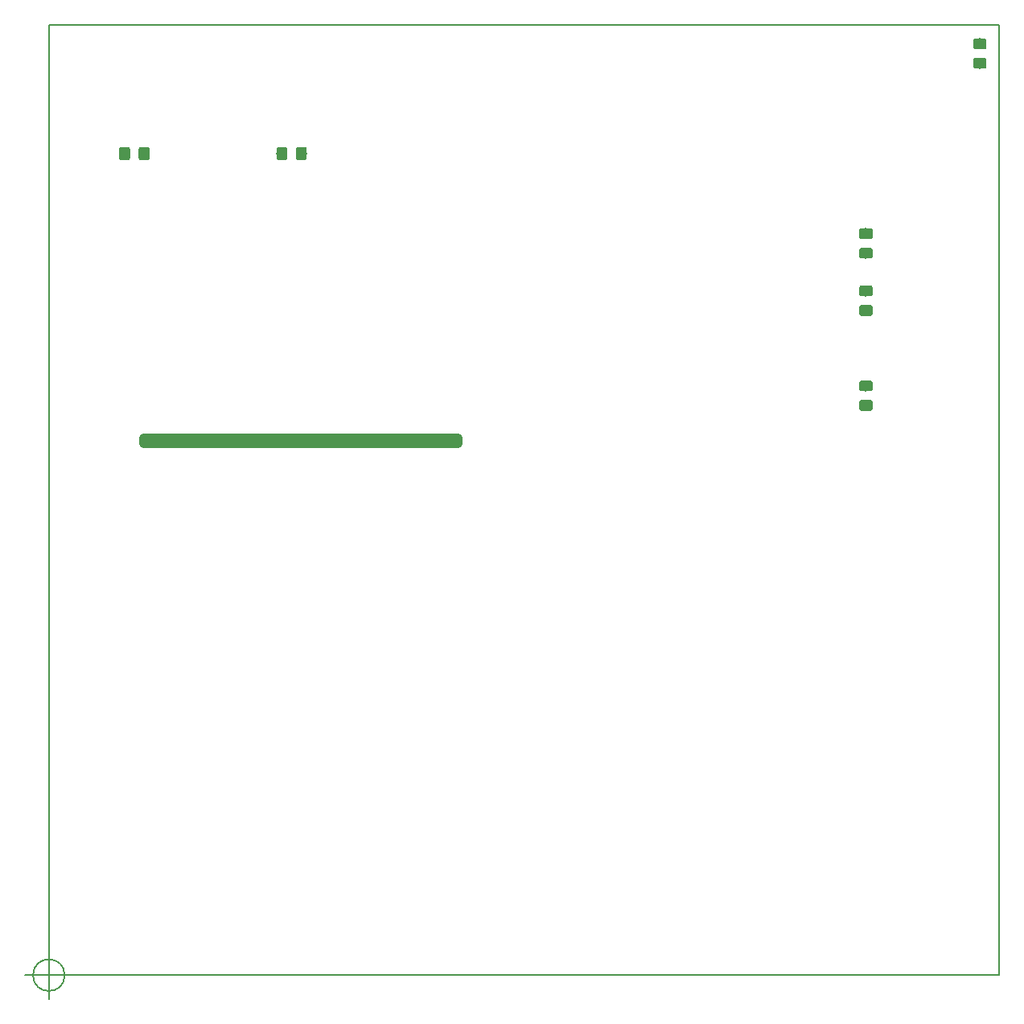
<source format=gbr>
%TF.GenerationSoftware,KiCad,Pcbnew,(5.0.0)*%
%TF.CreationDate,2019-01-09T21:44:21+01:00*%
%TF.ProjectId,KicadEuropower,4B696361644575726F706F7765722E6B,Rev A*%
%TF.SameCoordinates,Original*%
%TF.FileFunction,Paste,Top*%
%TF.FilePolarity,Positive*%
%FSLAX46Y46*%
G04 Gerber Fmt 4.6, Leading zero omitted, Abs format (unit mm)*
G04 Created by KiCad (PCBNEW (5.0.0)) date 01/09/19 21:44:21*
%MOMM*%
%LPD*%
G01*
G04 APERTURE LIST*
%ADD10C,1.000000*%
%ADD11C,0.150000*%
%ADD12C,0.200000*%
%ADD13C,1.150000*%
G04 APERTURE END LIST*
D10*
X110000000Y-94000000D02*
X110000000Y-93500000D01*
X143000000Y-94000000D02*
X110000000Y-94000000D01*
X143000000Y-93500000D02*
X143000000Y-94000000D01*
X110000000Y-93500000D02*
X143000000Y-93500000D01*
D11*
X101666666Y-150000000D02*
G75*
G03X101666666Y-150000000I-1666666J0D01*
G01*
X97500000Y-150000000D02*
X102500000Y-150000000D01*
X100000000Y-147500000D02*
X100000000Y-152500000D01*
D12*
X200000000Y-50000000D02*
X100000000Y-50000000D01*
X200000000Y-150000000D02*
X200000000Y-50000000D01*
X100000000Y-150000000D02*
X200000000Y-150000000D01*
X100000000Y-50000000D02*
X100000000Y-150000000D01*
D11*
G36*
X198474505Y-53451204D02*
X198498773Y-53454804D01*
X198522572Y-53460765D01*
X198545671Y-53469030D01*
X198567850Y-53479520D01*
X198588893Y-53492132D01*
X198608599Y-53506747D01*
X198626777Y-53523223D01*
X198643253Y-53541401D01*
X198657868Y-53561107D01*
X198670480Y-53582150D01*
X198680970Y-53604329D01*
X198689235Y-53627428D01*
X198695196Y-53651227D01*
X198698796Y-53675495D01*
X198700000Y-53699999D01*
X198700000Y-54350001D01*
X198698796Y-54374505D01*
X198695196Y-54398773D01*
X198689235Y-54422572D01*
X198680970Y-54445671D01*
X198670480Y-54467850D01*
X198657868Y-54488893D01*
X198643253Y-54508599D01*
X198626777Y-54526777D01*
X198608599Y-54543253D01*
X198588893Y-54557868D01*
X198567850Y-54570480D01*
X198545671Y-54580970D01*
X198522572Y-54589235D01*
X198498773Y-54595196D01*
X198474505Y-54598796D01*
X198450001Y-54600000D01*
X197549999Y-54600000D01*
X197525495Y-54598796D01*
X197501227Y-54595196D01*
X197477428Y-54589235D01*
X197454329Y-54580970D01*
X197432150Y-54570480D01*
X197411107Y-54557868D01*
X197391401Y-54543253D01*
X197373223Y-54526777D01*
X197356747Y-54508599D01*
X197342132Y-54488893D01*
X197329520Y-54467850D01*
X197319030Y-54445671D01*
X197310765Y-54422572D01*
X197304804Y-54398773D01*
X197301204Y-54374505D01*
X197300000Y-54350001D01*
X197300000Y-53699999D01*
X197301204Y-53675495D01*
X197304804Y-53651227D01*
X197310765Y-53627428D01*
X197319030Y-53604329D01*
X197329520Y-53582150D01*
X197342132Y-53561107D01*
X197356747Y-53541401D01*
X197373223Y-53523223D01*
X197391401Y-53506747D01*
X197411107Y-53492132D01*
X197432150Y-53479520D01*
X197454329Y-53469030D01*
X197477428Y-53460765D01*
X197501227Y-53454804D01*
X197525495Y-53451204D01*
X197549999Y-53450000D01*
X198450001Y-53450000D01*
X198474505Y-53451204D01*
X198474505Y-53451204D01*
G37*
D13*
X198000000Y-54025000D03*
D11*
G36*
X198474505Y-51401204D02*
X198498773Y-51404804D01*
X198522572Y-51410765D01*
X198545671Y-51419030D01*
X198567850Y-51429520D01*
X198588893Y-51442132D01*
X198608599Y-51456747D01*
X198626777Y-51473223D01*
X198643253Y-51491401D01*
X198657868Y-51511107D01*
X198670480Y-51532150D01*
X198680970Y-51554329D01*
X198689235Y-51577428D01*
X198695196Y-51601227D01*
X198698796Y-51625495D01*
X198700000Y-51649999D01*
X198700000Y-52300001D01*
X198698796Y-52324505D01*
X198695196Y-52348773D01*
X198689235Y-52372572D01*
X198680970Y-52395671D01*
X198670480Y-52417850D01*
X198657868Y-52438893D01*
X198643253Y-52458599D01*
X198626777Y-52476777D01*
X198608599Y-52493253D01*
X198588893Y-52507868D01*
X198567850Y-52520480D01*
X198545671Y-52530970D01*
X198522572Y-52539235D01*
X198498773Y-52545196D01*
X198474505Y-52548796D01*
X198450001Y-52550000D01*
X197549999Y-52550000D01*
X197525495Y-52548796D01*
X197501227Y-52545196D01*
X197477428Y-52539235D01*
X197454329Y-52530970D01*
X197432150Y-52520480D01*
X197411107Y-52507868D01*
X197391401Y-52493253D01*
X197373223Y-52476777D01*
X197356747Y-52458599D01*
X197342132Y-52438893D01*
X197329520Y-52417850D01*
X197319030Y-52395671D01*
X197310765Y-52372572D01*
X197304804Y-52348773D01*
X197301204Y-52324505D01*
X197300000Y-52300001D01*
X197300000Y-51649999D01*
X197301204Y-51625495D01*
X197304804Y-51601227D01*
X197310765Y-51577428D01*
X197319030Y-51554329D01*
X197329520Y-51532150D01*
X197342132Y-51511107D01*
X197356747Y-51491401D01*
X197373223Y-51473223D01*
X197391401Y-51456747D01*
X197411107Y-51442132D01*
X197432150Y-51429520D01*
X197454329Y-51419030D01*
X197477428Y-51410765D01*
X197501227Y-51404804D01*
X197525495Y-51401204D01*
X197549999Y-51400000D01*
X198450001Y-51400000D01*
X198474505Y-51401204D01*
X198474505Y-51401204D01*
G37*
D13*
X198000000Y-51975000D03*
D11*
G36*
X124877729Y-62817150D02*
X124901997Y-62820750D01*
X124925796Y-62826711D01*
X124948895Y-62834976D01*
X124971074Y-62845466D01*
X124992117Y-62858078D01*
X125011823Y-62872693D01*
X125030001Y-62889169D01*
X125046477Y-62907347D01*
X125061092Y-62927053D01*
X125073704Y-62948096D01*
X125084194Y-62970275D01*
X125092459Y-62993374D01*
X125098420Y-63017173D01*
X125102020Y-63041441D01*
X125103224Y-63065945D01*
X125103224Y-63965947D01*
X125102020Y-63990451D01*
X125098420Y-64014719D01*
X125092459Y-64038518D01*
X125084194Y-64061617D01*
X125073704Y-64083796D01*
X125061092Y-64104839D01*
X125046477Y-64124545D01*
X125030001Y-64142723D01*
X125011823Y-64159199D01*
X124992117Y-64173814D01*
X124971074Y-64186426D01*
X124948895Y-64196916D01*
X124925796Y-64205181D01*
X124901997Y-64211142D01*
X124877729Y-64214742D01*
X124853225Y-64215946D01*
X124203223Y-64215946D01*
X124178719Y-64214742D01*
X124154451Y-64211142D01*
X124130652Y-64205181D01*
X124107553Y-64196916D01*
X124085374Y-64186426D01*
X124064331Y-64173814D01*
X124044625Y-64159199D01*
X124026447Y-64142723D01*
X124009971Y-64124545D01*
X123995356Y-64104839D01*
X123982744Y-64083796D01*
X123972254Y-64061617D01*
X123963989Y-64038518D01*
X123958028Y-64014719D01*
X123954428Y-63990451D01*
X123953224Y-63965947D01*
X123953224Y-63065945D01*
X123954428Y-63041441D01*
X123958028Y-63017173D01*
X123963989Y-62993374D01*
X123972254Y-62970275D01*
X123982744Y-62948096D01*
X123995356Y-62927053D01*
X124009971Y-62907347D01*
X124026447Y-62889169D01*
X124044625Y-62872693D01*
X124064331Y-62858078D01*
X124085374Y-62845466D01*
X124107553Y-62834976D01*
X124130652Y-62826711D01*
X124154451Y-62820750D01*
X124178719Y-62817150D01*
X124203223Y-62815946D01*
X124853225Y-62815946D01*
X124877729Y-62817150D01*
X124877729Y-62817150D01*
G37*
D13*
X124528224Y-63515946D03*
D11*
G36*
X126927729Y-62817150D02*
X126951997Y-62820750D01*
X126975796Y-62826711D01*
X126998895Y-62834976D01*
X127021074Y-62845466D01*
X127042117Y-62858078D01*
X127061823Y-62872693D01*
X127080001Y-62889169D01*
X127096477Y-62907347D01*
X127111092Y-62927053D01*
X127123704Y-62948096D01*
X127134194Y-62970275D01*
X127142459Y-62993374D01*
X127148420Y-63017173D01*
X127152020Y-63041441D01*
X127153224Y-63065945D01*
X127153224Y-63965947D01*
X127152020Y-63990451D01*
X127148420Y-64014719D01*
X127142459Y-64038518D01*
X127134194Y-64061617D01*
X127123704Y-64083796D01*
X127111092Y-64104839D01*
X127096477Y-64124545D01*
X127080001Y-64142723D01*
X127061823Y-64159199D01*
X127042117Y-64173814D01*
X127021074Y-64186426D01*
X126998895Y-64196916D01*
X126975796Y-64205181D01*
X126951997Y-64211142D01*
X126927729Y-64214742D01*
X126903225Y-64215946D01*
X126253223Y-64215946D01*
X126228719Y-64214742D01*
X126204451Y-64211142D01*
X126180652Y-64205181D01*
X126157553Y-64196916D01*
X126135374Y-64186426D01*
X126114331Y-64173814D01*
X126094625Y-64159199D01*
X126076447Y-64142723D01*
X126059971Y-64124545D01*
X126045356Y-64104839D01*
X126032744Y-64083796D01*
X126022254Y-64061617D01*
X126013989Y-64038518D01*
X126008028Y-64014719D01*
X126004428Y-63990451D01*
X126003224Y-63965947D01*
X126003224Y-63065945D01*
X126004428Y-63041441D01*
X126008028Y-63017173D01*
X126013989Y-62993374D01*
X126022254Y-62970275D01*
X126032744Y-62948096D01*
X126045356Y-62927053D01*
X126059971Y-62907347D01*
X126076447Y-62889169D01*
X126094625Y-62872693D01*
X126114331Y-62858078D01*
X126135374Y-62845466D01*
X126157553Y-62834976D01*
X126180652Y-62826711D01*
X126204451Y-62820750D01*
X126228719Y-62817150D01*
X126253223Y-62815946D01*
X126903225Y-62815946D01*
X126927729Y-62817150D01*
X126927729Y-62817150D01*
G37*
D13*
X126578224Y-63515946D03*
D11*
G36*
X110374505Y-62817150D02*
X110398773Y-62820750D01*
X110422572Y-62826711D01*
X110445671Y-62834976D01*
X110467850Y-62845466D01*
X110488893Y-62858078D01*
X110508599Y-62872693D01*
X110526777Y-62889169D01*
X110543253Y-62907347D01*
X110557868Y-62927053D01*
X110570480Y-62948096D01*
X110580970Y-62970275D01*
X110589235Y-62993374D01*
X110595196Y-63017173D01*
X110598796Y-63041441D01*
X110600000Y-63065945D01*
X110600000Y-63965947D01*
X110598796Y-63990451D01*
X110595196Y-64014719D01*
X110589235Y-64038518D01*
X110580970Y-64061617D01*
X110570480Y-64083796D01*
X110557868Y-64104839D01*
X110543253Y-64124545D01*
X110526777Y-64142723D01*
X110508599Y-64159199D01*
X110488893Y-64173814D01*
X110467850Y-64186426D01*
X110445671Y-64196916D01*
X110422572Y-64205181D01*
X110398773Y-64211142D01*
X110374505Y-64214742D01*
X110350001Y-64215946D01*
X109699999Y-64215946D01*
X109675495Y-64214742D01*
X109651227Y-64211142D01*
X109627428Y-64205181D01*
X109604329Y-64196916D01*
X109582150Y-64186426D01*
X109561107Y-64173814D01*
X109541401Y-64159199D01*
X109523223Y-64142723D01*
X109506747Y-64124545D01*
X109492132Y-64104839D01*
X109479520Y-64083796D01*
X109469030Y-64061617D01*
X109460765Y-64038518D01*
X109454804Y-64014719D01*
X109451204Y-63990451D01*
X109450000Y-63965947D01*
X109450000Y-63065945D01*
X109451204Y-63041441D01*
X109454804Y-63017173D01*
X109460765Y-62993374D01*
X109469030Y-62970275D01*
X109479520Y-62948096D01*
X109492132Y-62927053D01*
X109506747Y-62907347D01*
X109523223Y-62889169D01*
X109541401Y-62872693D01*
X109561107Y-62858078D01*
X109582150Y-62845466D01*
X109604329Y-62834976D01*
X109627428Y-62826711D01*
X109651227Y-62820750D01*
X109675495Y-62817150D01*
X109699999Y-62815946D01*
X110350001Y-62815946D01*
X110374505Y-62817150D01*
X110374505Y-62817150D01*
G37*
D13*
X110025000Y-63515946D03*
D11*
G36*
X108324505Y-62817150D02*
X108348773Y-62820750D01*
X108372572Y-62826711D01*
X108395671Y-62834976D01*
X108417850Y-62845466D01*
X108438893Y-62858078D01*
X108458599Y-62872693D01*
X108476777Y-62889169D01*
X108493253Y-62907347D01*
X108507868Y-62927053D01*
X108520480Y-62948096D01*
X108530970Y-62970275D01*
X108539235Y-62993374D01*
X108545196Y-63017173D01*
X108548796Y-63041441D01*
X108550000Y-63065945D01*
X108550000Y-63965947D01*
X108548796Y-63990451D01*
X108545196Y-64014719D01*
X108539235Y-64038518D01*
X108530970Y-64061617D01*
X108520480Y-64083796D01*
X108507868Y-64104839D01*
X108493253Y-64124545D01*
X108476777Y-64142723D01*
X108458599Y-64159199D01*
X108438893Y-64173814D01*
X108417850Y-64186426D01*
X108395671Y-64196916D01*
X108372572Y-64205181D01*
X108348773Y-64211142D01*
X108324505Y-64214742D01*
X108300001Y-64215946D01*
X107649999Y-64215946D01*
X107625495Y-64214742D01*
X107601227Y-64211142D01*
X107577428Y-64205181D01*
X107554329Y-64196916D01*
X107532150Y-64186426D01*
X107511107Y-64173814D01*
X107491401Y-64159199D01*
X107473223Y-64142723D01*
X107456747Y-64124545D01*
X107442132Y-64104839D01*
X107429520Y-64083796D01*
X107419030Y-64061617D01*
X107410765Y-64038518D01*
X107404804Y-64014719D01*
X107401204Y-63990451D01*
X107400000Y-63965947D01*
X107400000Y-63065945D01*
X107401204Y-63041441D01*
X107404804Y-63017173D01*
X107410765Y-62993374D01*
X107419030Y-62970275D01*
X107429520Y-62948096D01*
X107442132Y-62927053D01*
X107456747Y-62907347D01*
X107473223Y-62889169D01*
X107491401Y-62872693D01*
X107511107Y-62858078D01*
X107532150Y-62845466D01*
X107554329Y-62834976D01*
X107577428Y-62826711D01*
X107601227Y-62820750D01*
X107625495Y-62817150D01*
X107649999Y-62815946D01*
X108300001Y-62815946D01*
X108324505Y-62817150D01*
X108324505Y-62817150D01*
G37*
D13*
X107975000Y-63515946D03*
D11*
G36*
X186474505Y-87401204D02*
X186498773Y-87404804D01*
X186522572Y-87410765D01*
X186545671Y-87419030D01*
X186567850Y-87429520D01*
X186588893Y-87442132D01*
X186608599Y-87456747D01*
X186626777Y-87473223D01*
X186643253Y-87491401D01*
X186657868Y-87511107D01*
X186670480Y-87532150D01*
X186680970Y-87554329D01*
X186689235Y-87577428D01*
X186695196Y-87601227D01*
X186698796Y-87625495D01*
X186700000Y-87649999D01*
X186700000Y-88300001D01*
X186698796Y-88324505D01*
X186695196Y-88348773D01*
X186689235Y-88372572D01*
X186680970Y-88395671D01*
X186670480Y-88417850D01*
X186657868Y-88438893D01*
X186643253Y-88458599D01*
X186626777Y-88476777D01*
X186608599Y-88493253D01*
X186588893Y-88507868D01*
X186567850Y-88520480D01*
X186545671Y-88530970D01*
X186522572Y-88539235D01*
X186498773Y-88545196D01*
X186474505Y-88548796D01*
X186450001Y-88550000D01*
X185549999Y-88550000D01*
X185525495Y-88548796D01*
X185501227Y-88545196D01*
X185477428Y-88539235D01*
X185454329Y-88530970D01*
X185432150Y-88520480D01*
X185411107Y-88507868D01*
X185391401Y-88493253D01*
X185373223Y-88476777D01*
X185356747Y-88458599D01*
X185342132Y-88438893D01*
X185329520Y-88417850D01*
X185319030Y-88395671D01*
X185310765Y-88372572D01*
X185304804Y-88348773D01*
X185301204Y-88324505D01*
X185300000Y-88300001D01*
X185300000Y-87649999D01*
X185301204Y-87625495D01*
X185304804Y-87601227D01*
X185310765Y-87577428D01*
X185319030Y-87554329D01*
X185329520Y-87532150D01*
X185342132Y-87511107D01*
X185356747Y-87491401D01*
X185373223Y-87473223D01*
X185391401Y-87456747D01*
X185411107Y-87442132D01*
X185432150Y-87429520D01*
X185454329Y-87419030D01*
X185477428Y-87410765D01*
X185501227Y-87404804D01*
X185525495Y-87401204D01*
X185549999Y-87400000D01*
X186450001Y-87400000D01*
X186474505Y-87401204D01*
X186474505Y-87401204D01*
G37*
D13*
X186000000Y-87975000D03*
D11*
G36*
X186474505Y-89451204D02*
X186498773Y-89454804D01*
X186522572Y-89460765D01*
X186545671Y-89469030D01*
X186567850Y-89479520D01*
X186588893Y-89492132D01*
X186608599Y-89506747D01*
X186626777Y-89523223D01*
X186643253Y-89541401D01*
X186657868Y-89561107D01*
X186670480Y-89582150D01*
X186680970Y-89604329D01*
X186689235Y-89627428D01*
X186695196Y-89651227D01*
X186698796Y-89675495D01*
X186700000Y-89699999D01*
X186700000Y-90350001D01*
X186698796Y-90374505D01*
X186695196Y-90398773D01*
X186689235Y-90422572D01*
X186680970Y-90445671D01*
X186670480Y-90467850D01*
X186657868Y-90488893D01*
X186643253Y-90508599D01*
X186626777Y-90526777D01*
X186608599Y-90543253D01*
X186588893Y-90557868D01*
X186567850Y-90570480D01*
X186545671Y-90580970D01*
X186522572Y-90589235D01*
X186498773Y-90595196D01*
X186474505Y-90598796D01*
X186450001Y-90600000D01*
X185549999Y-90600000D01*
X185525495Y-90598796D01*
X185501227Y-90595196D01*
X185477428Y-90589235D01*
X185454329Y-90580970D01*
X185432150Y-90570480D01*
X185411107Y-90557868D01*
X185391401Y-90543253D01*
X185373223Y-90526777D01*
X185356747Y-90508599D01*
X185342132Y-90488893D01*
X185329520Y-90467850D01*
X185319030Y-90445671D01*
X185310765Y-90422572D01*
X185304804Y-90398773D01*
X185301204Y-90374505D01*
X185300000Y-90350001D01*
X185300000Y-89699999D01*
X185301204Y-89675495D01*
X185304804Y-89651227D01*
X185310765Y-89627428D01*
X185319030Y-89604329D01*
X185329520Y-89582150D01*
X185342132Y-89561107D01*
X185356747Y-89541401D01*
X185373223Y-89523223D01*
X185391401Y-89506747D01*
X185411107Y-89492132D01*
X185432150Y-89479520D01*
X185454329Y-89469030D01*
X185477428Y-89460765D01*
X185501227Y-89454804D01*
X185525495Y-89451204D01*
X185549999Y-89450000D01*
X186450001Y-89450000D01*
X186474505Y-89451204D01*
X186474505Y-89451204D01*
G37*
D13*
X186000000Y-90025000D03*
D11*
G36*
X186474505Y-79451204D02*
X186498773Y-79454804D01*
X186522572Y-79460765D01*
X186545671Y-79469030D01*
X186567850Y-79479520D01*
X186588893Y-79492132D01*
X186608599Y-79506747D01*
X186626777Y-79523223D01*
X186643253Y-79541401D01*
X186657868Y-79561107D01*
X186670480Y-79582150D01*
X186680970Y-79604329D01*
X186689235Y-79627428D01*
X186695196Y-79651227D01*
X186698796Y-79675495D01*
X186700000Y-79699999D01*
X186700000Y-80350001D01*
X186698796Y-80374505D01*
X186695196Y-80398773D01*
X186689235Y-80422572D01*
X186680970Y-80445671D01*
X186670480Y-80467850D01*
X186657868Y-80488893D01*
X186643253Y-80508599D01*
X186626777Y-80526777D01*
X186608599Y-80543253D01*
X186588893Y-80557868D01*
X186567850Y-80570480D01*
X186545671Y-80580970D01*
X186522572Y-80589235D01*
X186498773Y-80595196D01*
X186474505Y-80598796D01*
X186450001Y-80600000D01*
X185549999Y-80600000D01*
X185525495Y-80598796D01*
X185501227Y-80595196D01*
X185477428Y-80589235D01*
X185454329Y-80580970D01*
X185432150Y-80570480D01*
X185411107Y-80557868D01*
X185391401Y-80543253D01*
X185373223Y-80526777D01*
X185356747Y-80508599D01*
X185342132Y-80488893D01*
X185329520Y-80467850D01*
X185319030Y-80445671D01*
X185310765Y-80422572D01*
X185304804Y-80398773D01*
X185301204Y-80374505D01*
X185300000Y-80350001D01*
X185300000Y-79699999D01*
X185301204Y-79675495D01*
X185304804Y-79651227D01*
X185310765Y-79627428D01*
X185319030Y-79604329D01*
X185329520Y-79582150D01*
X185342132Y-79561107D01*
X185356747Y-79541401D01*
X185373223Y-79523223D01*
X185391401Y-79506747D01*
X185411107Y-79492132D01*
X185432150Y-79479520D01*
X185454329Y-79469030D01*
X185477428Y-79460765D01*
X185501227Y-79454804D01*
X185525495Y-79451204D01*
X185549999Y-79450000D01*
X186450001Y-79450000D01*
X186474505Y-79451204D01*
X186474505Y-79451204D01*
G37*
D13*
X186000000Y-80025000D03*
D11*
G36*
X186474505Y-77401204D02*
X186498773Y-77404804D01*
X186522572Y-77410765D01*
X186545671Y-77419030D01*
X186567850Y-77429520D01*
X186588893Y-77442132D01*
X186608599Y-77456747D01*
X186626777Y-77473223D01*
X186643253Y-77491401D01*
X186657868Y-77511107D01*
X186670480Y-77532150D01*
X186680970Y-77554329D01*
X186689235Y-77577428D01*
X186695196Y-77601227D01*
X186698796Y-77625495D01*
X186700000Y-77649999D01*
X186700000Y-78300001D01*
X186698796Y-78324505D01*
X186695196Y-78348773D01*
X186689235Y-78372572D01*
X186680970Y-78395671D01*
X186670480Y-78417850D01*
X186657868Y-78438893D01*
X186643253Y-78458599D01*
X186626777Y-78476777D01*
X186608599Y-78493253D01*
X186588893Y-78507868D01*
X186567850Y-78520480D01*
X186545671Y-78530970D01*
X186522572Y-78539235D01*
X186498773Y-78545196D01*
X186474505Y-78548796D01*
X186450001Y-78550000D01*
X185549999Y-78550000D01*
X185525495Y-78548796D01*
X185501227Y-78545196D01*
X185477428Y-78539235D01*
X185454329Y-78530970D01*
X185432150Y-78520480D01*
X185411107Y-78507868D01*
X185391401Y-78493253D01*
X185373223Y-78476777D01*
X185356747Y-78458599D01*
X185342132Y-78438893D01*
X185329520Y-78417850D01*
X185319030Y-78395671D01*
X185310765Y-78372572D01*
X185304804Y-78348773D01*
X185301204Y-78324505D01*
X185300000Y-78300001D01*
X185300000Y-77649999D01*
X185301204Y-77625495D01*
X185304804Y-77601227D01*
X185310765Y-77577428D01*
X185319030Y-77554329D01*
X185329520Y-77532150D01*
X185342132Y-77511107D01*
X185356747Y-77491401D01*
X185373223Y-77473223D01*
X185391401Y-77456747D01*
X185411107Y-77442132D01*
X185432150Y-77429520D01*
X185454329Y-77419030D01*
X185477428Y-77410765D01*
X185501227Y-77404804D01*
X185525495Y-77401204D01*
X185549999Y-77400000D01*
X186450001Y-77400000D01*
X186474505Y-77401204D01*
X186474505Y-77401204D01*
G37*
D13*
X186000000Y-77975000D03*
D11*
G36*
X186474505Y-73426204D02*
X186498773Y-73429804D01*
X186522572Y-73435765D01*
X186545671Y-73444030D01*
X186567850Y-73454520D01*
X186588893Y-73467132D01*
X186608599Y-73481747D01*
X186626777Y-73498223D01*
X186643253Y-73516401D01*
X186657868Y-73536107D01*
X186670480Y-73557150D01*
X186680970Y-73579329D01*
X186689235Y-73602428D01*
X186695196Y-73626227D01*
X186698796Y-73650495D01*
X186700000Y-73674999D01*
X186700000Y-74325001D01*
X186698796Y-74349505D01*
X186695196Y-74373773D01*
X186689235Y-74397572D01*
X186680970Y-74420671D01*
X186670480Y-74442850D01*
X186657868Y-74463893D01*
X186643253Y-74483599D01*
X186626777Y-74501777D01*
X186608599Y-74518253D01*
X186588893Y-74532868D01*
X186567850Y-74545480D01*
X186545671Y-74555970D01*
X186522572Y-74564235D01*
X186498773Y-74570196D01*
X186474505Y-74573796D01*
X186450001Y-74575000D01*
X185549999Y-74575000D01*
X185525495Y-74573796D01*
X185501227Y-74570196D01*
X185477428Y-74564235D01*
X185454329Y-74555970D01*
X185432150Y-74545480D01*
X185411107Y-74532868D01*
X185391401Y-74518253D01*
X185373223Y-74501777D01*
X185356747Y-74483599D01*
X185342132Y-74463893D01*
X185329520Y-74442850D01*
X185319030Y-74420671D01*
X185310765Y-74397572D01*
X185304804Y-74373773D01*
X185301204Y-74349505D01*
X185300000Y-74325001D01*
X185300000Y-73674999D01*
X185301204Y-73650495D01*
X185304804Y-73626227D01*
X185310765Y-73602428D01*
X185319030Y-73579329D01*
X185329520Y-73557150D01*
X185342132Y-73536107D01*
X185356747Y-73516401D01*
X185373223Y-73498223D01*
X185391401Y-73481747D01*
X185411107Y-73467132D01*
X185432150Y-73454520D01*
X185454329Y-73444030D01*
X185477428Y-73435765D01*
X185501227Y-73429804D01*
X185525495Y-73426204D01*
X185549999Y-73425000D01*
X186450001Y-73425000D01*
X186474505Y-73426204D01*
X186474505Y-73426204D01*
G37*
D13*
X186000000Y-74000000D03*
D11*
G36*
X186474505Y-71376204D02*
X186498773Y-71379804D01*
X186522572Y-71385765D01*
X186545671Y-71394030D01*
X186567850Y-71404520D01*
X186588893Y-71417132D01*
X186608599Y-71431747D01*
X186626777Y-71448223D01*
X186643253Y-71466401D01*
X186657868Y-71486107D01*
X186670480Y-71507150D01*
X186680970Y-71529329D01*
X186689235Y-71552428D01*
X186695196Y-71576227D01*
X186698796Y-71600495D01*
X186700000Y-71624999D01*
X186700000Y-72275001D01*
X186698796Y-72299505D01*
X186695196Y-72323773D01*
X186689235Y-72347572D01*
X186680970Y-72370671D01*
X186670480Y-72392850D01*
X186657868Y-72413893D01*
X186643253Y-72433599D01*
X186626777Y-72451777D01*
X186608599Y-72468253D01*
X186588893Y-72482868D01*
X186567850Y-72495480D01*
X186545671Y-72505970D01*
X186522572Y-72514235D01*
X186498773Y-72520196D01*
X186474505Y-72523796D01*
X186450001Y-72525000D01*
X185549999Y-72525000D01*
X185525495Y-72523796D01*
X185501227Y-72520196D01*
X185477428Y-72514235D01*
X185454329Y-72505970D01*
X185432150Y-72495480D01*
X185411107Y-72482868D01*
X185391401Y-72468253D01*
X185373223Y-72451777D01*
X185356747Y-72433599D01*
X185342132Y-72413893D01*
X185329520Y-72392850D01*
X185319030Y-72370671D01*
X185310765Y-72347572D01*
X185304804Y-72323773D01*
X185301204Y-72299505D01*
X185300000Y-72275001D01*
X185300000Y-71624999D01*
X185301204Y-71600495D01*
X185304804Y-71576227D01*
X185310765Y-71552428D01*
X185319030Y-71529329D01*
X185329520Y-71507150D01*
X185342132Y-71486107D01*
X185356747Y-71466401D01*
X185373223Y-71448223D01*
X185391401Y-71431747D01*
X185411107Y-71417132D01*
X185432150Y-71404520D01*
X185454329Y-71394030D01*
X185477428Y-71385765D01*
X185501227Y-71379804D01*
X185525495Y-71376204D01*
X185549999Y-71375000D01*
X186450001Y-71375000D01*
X186474505Y-71376204D01*
X186474505Y-71376204D01*
G37*
D13*
X186000000Y-71950000D03*
M02*

</source>
